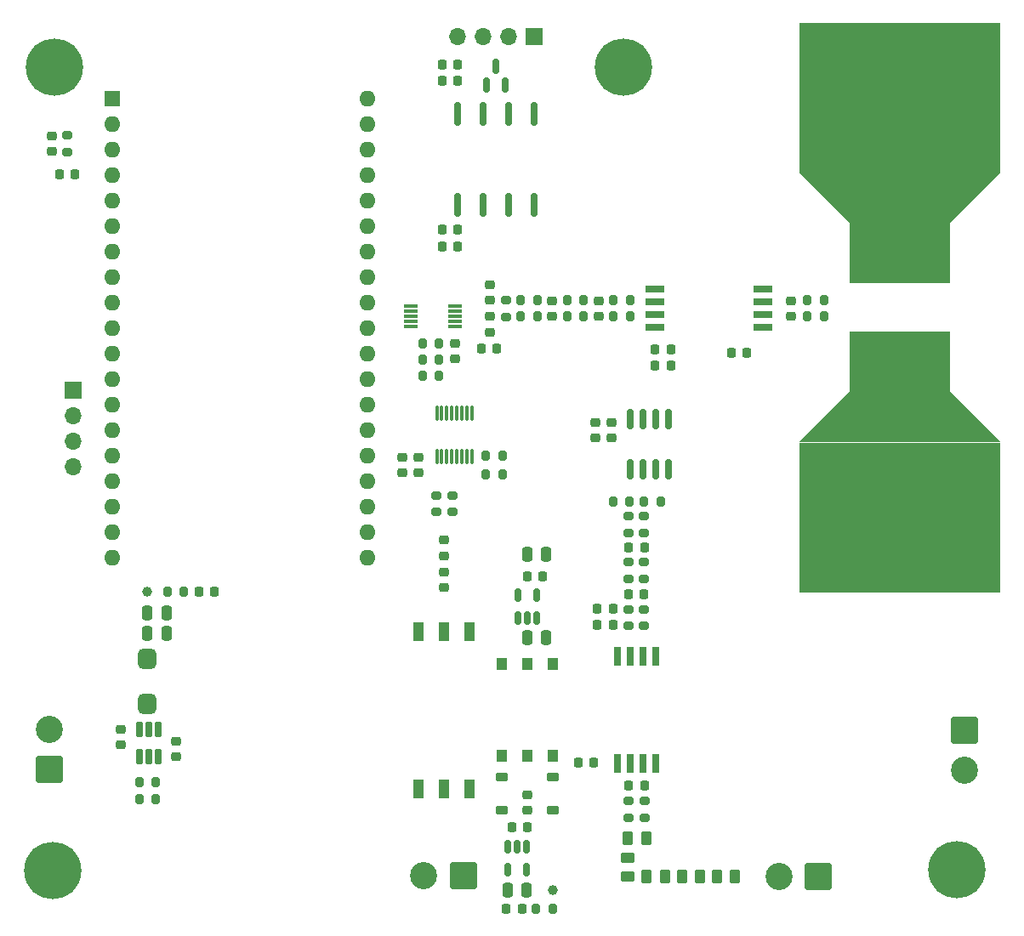
<source format=gbr>
%TF.GenerationSoftware,KiCad,Pcbnew,8.0.3*%
%TF.CreationDate,2024-06-10T17:44:00+09:00*%
%TF.ProjectId,ESP32_Master,45535033-325f-44d6-9173-7465722e6b69,rev?*%
%TF.SameCoordinates,Original*%
%TF.FileFunction,Soldermask,Top*%
%TF.FilePolarity,Negative*%
%FSLAX46Y46*%
G04 Gerber Fmt 4.6, Leading zero omitted, Abs format (unit mm)*
G04 Created by KiCad (PCBNEW 8.0.3) date 2024-06-10 17:44:00*
%MOMM*%
%LPD*%
G01*
G04 APERTURE LIST*
G04 Aperture macros list*
%AMRoundRect*
0 Rectangle with rounded corners*
0 $1 Rounding radius*
0 $2 $3 $4 $5 $6 $7 $8 $9 X,Y pos of 4 corners*
0 Add a 4 corners polygon primitive as box body*
4,1,4,$2,$3,$4,$5,$6,$7,$8,$9,$2,$3,0*
0 Add four circle primitives for the rounded corners*
1,1,$1+$1,$2,$3*
1,1,$1+$1,$4,$5*
1,1,$1+$1,$6,$7*
1,1,$1+$1,$8,$9*
0 Add four rect primitives between the rounded corners*
20,1,$1+$1,$2,$3,$4,$5,0*
20,1,$1+$1,$4,$5,$6,$7,0*
20,1,$1+$1,$6,$7,$8,$9,0*
20,1,$1+$1,$8,$9,$2,$3,0*%
%AMOutline4P*
0 Free polygon, 4 corners , with rotation*
0 The origin of the aperture is its center*
0 number of corners: always 4*
0 $1 to $8 corner X, Y*
0 $9 Rotation angle, in degrees counterclockwise*
0 create outline with 4 corners*
4,1,4,$1,$2,$3,$4,$5,$6,$7,$8,$1,$2,$9*%
G04 Aperture macros list end*
%ADD10RoundRect,0.200000X0.200000X0.275000X-0.200000X0.275000X-0.200000X-0.275000X0.200000X-0.275000X0*%
%ADD11RoundRect,0.200000X-0.200000X-0.275000X0.200000X-0.275000X0.200000X0.275000X-0.200000X0.275000X0*%
%ADD12RoundRect,0.218750X-0.218750X-0.256250X0.218750X-0.256250X0.218750X0.256250X-0.218750X0.256250X0*%
%ADD13RoundRect,0.250000X-0.262500X-0.450000X0.262500X-0.450000X0.262500X0.450000X-0.262500X0.450000X0*%
%ADD14RoundRect,0.250001X1.099999X1.099999X-1.099999X1.099999X-1.099999X-1.099999X1.099999X-1.099999X0*%
%ADD15C,2.700000*%
%ADD16RoundRect,0.162500X0.162500X-1.012500X0.162500X1.012500X-0.162500X1.012500X-0.162500X-1.012500X0*%
%ADD17RoundRect,0.250000X0.450000X-0.262500X0.450000X0.262500X-0.450000X0.262500X-0.450000X-0.262500X0*%
%ADD18R,20.000000X15.000000*%
%ADD19Outline4P,-10.000000X-2.500000X10.000000X-2.500000X5.000000X2.500000X-5.000000X2.500000X0.000000*%
%ADD20R,10.000000X6.000000*%
%ADD21Outline4P,-10.000000X-2.500000X10.000000X-2.500000X5.000000X2.500000X-5.000000X2.500000X180.000000*%
%ADD22RoundRect,0.225000X-0.250000X0.225000X-0.250000X-0.225000X0.250000X-0.225000X0.250000X0.225000X0*%
%ADD23RoundRect,0.225000X0.225000X0.250000X-0.225000X0.250000X-0.225000X-0.250000X0.225000X-0.250000X0*%
%ADD24RoundRect,0.250000X-0.250000X-0.475000X0.250000X-0.475000X0.250000X0.475000X-0.250000X0.475000X0*%
%ADD25RoundRect,0.200000X0.275000X-0.200000X0.275000X0.200000X-0.275000X0.200000X-0.275000X-0.200000X0*%
%ADD26C,5.700000*%
%ADD27RoundRect,0.150000X-0.150000X0.825000X-0.150000X-0.825000X0.150000X-0.825000X0.150000X0.825000X0*%
%ADD28RoundRect,0.225000X-0.225000X-0.250000X0.225000X-0.250000X0.225000X0.250000X-0.225000X0.250000X0*%
%ADD29RoundRect,0.200000X-0.275000X0.200000X-0.275000X-0.200000X0.275000X-0.200000X0.275000X0.200000X0*%
%ADD30RoundRect,0.225000X0.250000X-0.225000X0.250000X0.225000X-0.250000X0.225000X-0.250000X-0.225000X0*%
%ADD31RoundRect,0.250000X0.262500X0.450000X-0.262500X0.450000X-0.262500X-0.450000X0.262500X-0.450000X0*%
%ADD32RoundRect,0.075000X-0.075000X0.650000X-0.075000X-0.650000X0.075000X-0.650000X0.075000X0.650000X0*%
%ADD33RoundRect,0.225000X0.375000X-0.225000X0.375000X0.225000X-0.375000X0.225000X-0.375000X-0.225000X0*%
%ADD34R,1.700000X1.700000*%
%ADD35O,1.700000X1.700000*%
%ADD36R,0.640000X1.905000*%
%ADD37RoundRect,0.150000X0.150000X-0.512500X0.150000X0.512500X-0.150000X0.512500X-0.150000X-0.512500X0*%
%ADD38RoundRect,0.150000X-0.150000X0.512500X-0.150000X-0.512500X0.150000X-0.512500X0.150000X0.512500X0*%
%ADD39R,1.600000X1.600000*%
%ADD40O,1.600000X1.600000*%
%ADD41RoundRect,0.250001X1.099999X-1.099999X1.099999X1.099999X-1.099999X1.099999X-1.099999X-1.099999X0*%
%ADD42C,1.000000*%
%ADD43R,1.020000X1.950000*%
%ADD44R,1.100000X1.300000*%
%ADD45RoundRect,0.150000X0.150000X-0.587500X0.150000X0.587500X-0.150000X0.587500X-0.150000X-0.587500X0*%
%ADD46RoundRect,0.218750X0.218750X0.256250X-0.218750X0.256250X-0.218750X-0.256250X0.218750X-0.256250X0*%
%ADD47RoundRect,0.250000X0.250000X0.475000X-0.250000X0.475000X-0.250000X-0.475000X0.250000X-0.475000X0*%
%ADD48RoundRect,0.450000X0.450000X-0.550000X0.450000X0.550000X-0.450000X0.550000X-0.450000X-0.550000X0*%
%ADD49RoundRect,0.250001X-1.099999X1.099999X-1.099999X-1.099999X1.099999X-1.099999X1.099999X1.099999X0*%
%ADD50R,1.905000X0.640000*%
%ADD51RoundRect,0.162500X-0.162500X0.617500X-0.162500X-0.617500X0.162500X-0.617500X0.162500X0.617500X0*%
%ADD52R,1.400000X0.300000*%
G04 APERTURE END LIST*
D10*
%TO.C,R17*%
X131725000Y-88300000D03*
X130075000Y-88300000D03*
%TD*%
D11*
%TO.C,R47*%
X98075000Y-103800000D03*
X99725000Y-103800000D03*
%TD*%
D12*
%TO.C,D3*%
X100097500Y-148900000D03*
X101672500Y-148900000D03*
%TD*%
D13*
%TO.C,R15*%
X112237500Y-141900000D03*
X114062500Y-141900000D03*
%TD*%
D14*
%TO.C,J7*%
X131200000Y-145650000D03*
D15*
X127240000Y-145650000D03*
%TD*%
D16*
%TO.C,U10*%
X95300000Y-78750000D03*
X97840000Y-78750000D03*
X100380000Y-78750000D03*
X102920000Y-78750000D03*
X102920000Y-69700000D03*
X100380000Y-69700000D03*
X97840000Y-69700000D03*
X95300000Y-69700000D03*
%TD*%
D17*
%TO.C,R14*%
X112200000Y-145650000D03*
X112200000Y-143825000D03*
%TD*%
D18*
%TO.C,R13*%
X139275000Y-109900000D03*
D19*
X139275000Y-99900000D03*
D20*
X139275000Y-94400000D03*
X139275000Y-83600000D03*
D21*
X139275000Y-78100000D03*
D18*
X139275000Y-68100000D03*
%TD*%
D22*
%TO.C,C19*%
X98480000Y-86725000D03*
X98480000Y-88275000D03*
%TD*%
%TO.C,C16*%
X104695000Y-88325000D03*
X104695000Y-89875000D03*
%TD*%
D23*
%TO.C,C12*%
X110730000Y-119000000D03*
X109180000Y-119000000D03*
%TD*%
D24*
%TO.C,C13*%
X102200000Y-121900000D03*
X104100000Y-121900000D03*
%TD*%
D23*
%TO.C,C29*%
X95300000Y-81200000D03*
X93750000Y-81200000D03*
%TD*%
D25*
%TO.C,R27*%
X112305000Y-116025000D03*
X112305000Y-114375000D03*
%TD*%
D26*
%TO.C,J12*%
X55000000Y-145100000D03*
%TD*%
D23*
%TO.C,C15*%
X113830000Y-117600000D03*
X112280000Y-117600000D03*
%TD*%
D27*
%TO.C,U5*%
X116265000Y-100145000D03*
X114995000Y-100145000D03*
X113725000Y-100145000D03*
X112455000Y-100145000D03*
X112455000Y-105095000D03*
X113725000Y-105095000D03*
X114995000Y-105095000D03*
X116265000Y-105095000D03*
%TD*%
D25*
%TO.C,R45*%
X94750000Y-109365000D03*
X94750000Y-107715000D03*
%TD*%
D28*
%TO.C,C7*%
X112325000Y-136600000D03*
X113875000Y-136600000D03*
%TD*%
D25*
%TO.C,R26*%
X113855000Y-116025000D03*
X113855000Y-114375000D03*
%TD*%
D29*
%TO.C,R22*%
X113855000Y-119075000D03*
X113855000Y-120725000D03*
%TD*%
D28*
%TO.C,C31*%
X93750000Y-66400000D03*
X95300000Y-66400000D03*
%TD*%
%TO.C,C33*%
X55625000Y-75725000D03*
X57175000Y-75725000D03*
%TD*%
%TO.C,C25*%
X102200000Y-115800000D03*
X103750000Y-115800000D03*
%TD*%
D11*
%TO.C,R21*%
X110770000Y-89900000D03*
X112420000Y-89900000D03*
%TD*%
D30*
%TO.C,C4*%
X128500000Y-89875000D03*
X128500000Y-88325000D03*
%TD*%
D24*
%TO.C,C27*%
X102200000Y-113550000D03*
X104100000Y-113550000D03*
%TD*%
D31*
%TO.C,R12*%
X115912500Y-145650000D03*
X114087500Y-145650000D03*
%TD*%
D32*
%TO.C,U9*%
X96700000Y-99540000D03*
X96200000Y-99540000D03*
X95700000Y-99540000D03*
X95200000Y-99540000D03*
X94700000Y-99540000D03*
X94200000Y-99540000D03*
X93700000Y-99540000D03*
X93200000Y-99540000D03*
X93200000Y-103840000D03*
X93700000Y-103840000D03*
X94200000Y-103840000D03*
X94700000Y-103840000D03*
X95200000Y-103840000D03*
X95700000Y-103840000D03*
X96200000Y-103840000D03*
X96700000Y-103840000D03*
%TD*%
D33*
%TO.C,D5*%
X104730000Y-139050000D03*
X104730000Y-135750000D03*
%TD*%
D34*
%TO.C,J2*%
X102900000Y-62000000D03*
D35*
X100360000Y-62000000D03*
X97820000Y-62000000D03*
X95280000Y-62000000D03*
%TD*%
D11*
%TO.C,R30*%
X101570000Y-88300000D03*
X103220000Y-88300000D03*
%TD*%
D23*
%TO.C,C2*%
X102200000Y-140800000D03*
X100650000Y-140800000D03*
%TD*%
D10*
%TO.C,R35*%
X93425000Y-92600000D03*
X91775000Y-92600000D03*
%TD*%
D25*
%TO.C,R28*%
X113855000Y-111425000D03*
X113855000Y-109775000D03*
%TD*%
D10*
%TO.C,R48*%
X93425000Y-95800000D03*
X91775000Y-95800000D03*
%TD*%
D26*
%TO.C,J10*%
X145000000Y-145000000D03*
%TD*%
D36*
%TO.C,U3*%
X111195000Y-134447500D03*
X112465000Y-134447500D03*
X113735000Y-134447500D03*
X115005000Y-134447500D03*
X115005000Y-123752500D03*
X113735000Y-123752500D03*
X112465000Y-123752500D03*
X111195000Y-123752500D03*
%TD*%
D34*
%TO.C,J6*%
X57000000Y-97260000D03*
D35*
X57000000Y-99800000D03*
X57000000Y-102340000D03*
X57000000Y-104880000D03*
%TD*%
D24*
%TO.C,C24*%
X64400000Y-121490000D03*
X66300000Y-121490000D03*
%TD*%
D37*
%TO.C,U4*%
X101250000Y-119927500D03*
X102200000Y-119927500D03*
X103150000Y-119927500D03*
X103150000Y-117652500D03*
X101250000Y-117652500D03*
%TD*%
D10*
%TO.C,R25*%
X107820000Y-89900000D03*
X106170000Y-89900000D03*
%TD*%
D14*
%TO.C,J3*%
X95837500Y-145610000D03*
D15*
X91877500Y-145610000D03*
%TD*%
D38*
%TO.C,U1*%
X102165000Y-142737500D03*
X101215000Y-142737500D03*
X100265000Y-142737500D03*
X100265000Y-145012500D03*
X102165000Y-145012500D03*
%TD*%
D25*
%TO.C,R19*%
X112300000Y-139825000D03*
X112300000Y-138175000D03*
%TD*%
D23*
%TO.C,C18*%
X99175000Y-93050000D03*
X97625000Y-93050000D03*
%TD*%
D39*
%TO.C,U8*%
X60900000Y-68240000D03*
D40*
X60900000Y-70780000D03*
X60900000Y-73320000D03*
X60900000Y-75860000D03*
X60900000Y-78400000D03*
X60900000Y-80940000D03*
X60900000Y-83480000D03*
X60900000Y-86020000D03*
X60900000Y-88560000D03*
X60900000Y-91100000D03*
X60900000Y-93640000D03*
X60900000Y-96180000D03*
X60900000Y-98720000D03*
X60900000Y-101260000D03*
X60900000Y-103800000D03*
X60900000Y-106340000D03*
X60900000Y-108880000D03*
X60900000Y-111420000D03*
X60900000Y-113960000D03*
X86300000Y-113960000D03*
X86300000Y-111420000D03*
X86300000Y-108880000D03*
X86300000Y-106340000D03*
X86300000Y-103800000D03*
X86300000Y-101260000D03*
X86300000Y-98720000D03*
X86300000Y-96180000D03*
X86300000Y-93640000D03*
X86300000Y-91100000D03*
X86300000Y-88560000D03*
X86300000Y-86020000D03*
X86300000Y-83480000D03*
X86300000Y-80940000D03*
X86300000Y-78400000D03*
X86300000Y-75860000D03*
X86300000Y-73320000D03*
X86300000Y-70780000D03*
X86300000Y-68240000D03*
%TD*%
D41*
%TO.C,J1*%
X54630000Y-134980000D03*
D15*
X54630000Y-131020000D03*
%TD*%
D23*
%TO.C,C17*%
X113880000Y-112900000D03*
X112330000Y-112900000D03*
%TD*%
D30*
%TO.C,C32*%
X54850000Y-73450000D03*
X54850000Y-71900000D03*
%TD*%
D29*
%TO.C,R43*%
X56400000Y-71850000D03*
X56400000Y-73500000D03*
%TD*%
%TO.C,R18*%
X113900000Y-138175000D03*
X113900000Y-139825000D03*
%TD*%
D42*
%TO.C,TP1*%
X104725000Y-147000000D03*
%TD*%
D11*
%TO.C,R38*%
X63587500Y-136270000D03*
X65237500Y-136270000D03*
%TD*%
D26*
%TO.C,J11*%
X55100000Y-65042500D03*
%TD*%
D10*
%TO.C,R24*%
X107820000Y-88300000D03*
X106170000Y-88300000D03*
%TD*%
D43*
%TO.C,TR2*%
X96490000Y-121280000D03*
X93950000Y-121280000D03*
X91410000Y-121280000D03*
X96490000Y-136920000D03*
X93950000Y-136920000D03*
X91410000Y-136920000D03*
%TD*%
D44*
%TO.C,TR1*%
X104730000Y-124510000D03*
X102190000Y-124510000D03*
X99650000Y-124510000D03*
X99650000Y-133650000D03*
X102190000Y-133650000D03*
X104730000Y-133650000D03*
%TD*%
D29*
%TO.C,R23*%
X112305000Y-119075000D03*
X112305000Y-120725000D03*
%TD*%
D30*
%TO.C,C26*%
X102190000Y-139050000D03*
X102190000Y-137500000D03*
%TD*%
D23*
%TO.C,C6*%
X108850000Y-134300000D03*
X107300000Y-134300000D03*
%TD*%
D24*
%TO.C,C10*%
X64400000Y-119390000D03*
X66300000Y-119390000D03*
%TD*%
D22*
%TO.C,C14*%
X109295000Y-88325000D03*
X109295000Y-89875000D03*
%TD*%
D23*
%TO.C,C22*%
X95300000Y-82900000D03*
X93750000Y-82900000D03*
%TD*%
D30*
%TO.C,C34*%
X93950000Y-116915000D03*
X93950000Y-115365000D03*
%TD*%
D45*
%TO.C,D2*%
X98150000Y-66837500D03*
X100050000Y-66837500D03*
X99100000Y-64962500D03*
%TD*%
D23*
%TO.C,C5*%
X124075000Y-93500000D03*
X122525000Y-93500000D03*
%TD*%
D30*
%TO.C,C35*%
X93950000Y-113715000D03*
X93950000Y-112165000D03*
%TD*%
D10*
%TO.C,R36*%
X93425000Y-94200000D03*
X91775000Y-94200000D03*
%TD*%
D46*
%TO.C,D1*%
X71087500Y-117290000D03*
X69512500Y-117290000D03*
%TD*%
D31*
%TO.C,R11*%
X119412500Y-145650000D03*
X117587500Y-145650000D03*
%TD*%
D10*
%TO.C,R1*%
X68025000Y-117290000D03*
X66375000Y-117290000D03*
%TD*%
D47*
%TO.C,C1*%
X102165000Y-147025000D03*
X100265000Y-147025000D03*
%TD*%
D48*
%TO.C,L1*%
X64400000Y-128490000D03*
X64400000Y-123990000D03*
%TD*%
D11*
%TO.C,R34*%
X113830000Y-108300000D03*
X115480000Y-108300000D03*
%TD*%
D29*
%TO.C,R32*%
X100100000Y-88275000D03*
X100100000Y-89925000D03*
%TD*%
D33*
%TO.C,D4*%
X99650000Y-139050000D03*
X99650000Y-135750000D03*
%TD*%
D22*
%TO.C,C71*%
X109000000Y-100425000D03*
X109000000Y-101975000D03*
%TD*%
D10*
%TO.C,R33*%
X112380000Y-108300000D03*
X110730000Y-108300000D03*
%TD*%
D30*
%TO.C,C20*%
X98500000Y-91450000D03*
X98500000Y-89900000D03*
%TD*%
D49*
%TO.C,J8*%
X145750000Y-131142500D03*
D15*
X145750000Y-135102500D03*
%TD*%
D50*
%TO.C,U2*%
X125647500Y-91005000D03*
X125647500Y-89735000D03*
X125647500Y-88465000D03*
X125647500Y-87195000D03*
X114952500Y-87195000D03*
X114952500Y-88465000D03*
X114952500Y-89735000D03*
X114952500Y-91005000D03*
%TD*%
D25*
%TO.C,R29*%
X112305000Y-111425000D03*
X112305000Y-109775000D03*
%TD*%
D29*
%TO.C,R46*%
X93150000Y-107715000D03*
X93150000Y-109365000D03*
%TD*%
D22*
%TO.C,C28*%
X67222500Y-132195000D03*
X67222500Y-133745000D03*
%TD*%
D31*
%TO.C,R9*%
X122912500Y-145650000D03*
X121087500Y-145650000D03*
%TD*%
D51*
%TO.C,U7*%
X65502500Y-131020000D03*
X64552500Y-131020000D03*
X63602500Y-131020000D03*
X63602500Y-133720000D03*
X64552500Y-133720000D03*
X65502500Y-133720000D03*
%TD*%
D11*
%TO.C,R10*%
X103100000Y-148900000D03*
X104750000Y-148900000D03*
%TD*%
D10*
%TO.C,R16*%
X131725000Y-89900000D03*
X130075000Y-89900000D03*
%TD*%
D30*
%TO.C,C23*%
X110600000Y-101975000D03*
X110600000Y-100425000D03*
%TD*%
D10*
%TO.C,R44*%
X99725000Y-105600000D03*
X98075000Y-105600000D03*
%TD*%
D26*
%TO.C,J9*%
X111800000Y-65100000D03*
%TD*%
D28*
%TO.C,C8*%
X114950000Y-93200000D03*
X116500000Y-93200000D03*
%TD*%
D52*
%TO.C,U6*%
X90600000Y-88875000D03*
X90600000Y-89375000D03*
X90600000Y-89875000D03*
X90600000Y-90375000D03*
X90600000Y-90875000D03*
X95000000Y-90875000D03*
X95000000Y-90375000D03*
X95000000Y-89875000D03*
X95000000Y-89375000D03*
X95000000Y-88875000D03*
%TD*%
D11*
%TO.C,R20*%
X110770000Y-88300000D03*
X112420000Y-88300000D03*
%TD*%
D22*
%TO.C,C3*%
X61732500Y-131010000D03*
X61732500Y-132560000D03*
%TD*%
D28*
%TO.C,C11*%
X114950000Y-94800000D03*
X116500000Y-94800000D03*
%TD*%
D42*
%TO.C,TP2*%
X64400000Y-117290000D03*
%TD*%
D23*
%TO.C,C30*%
X95300000Y-64800000D03*
X93750000Y-64800000D03*
%TD*%
D11*
%TO.C,R31*%
X101570000Y-89900000D03*
X103220000Y-89900000D03*
%TD*%
D22*
%TO.C,C37*%
X91400000Y-103900000D03*
X91400000Y-105450000D03*
%TD*%
D30*
%TO.C,C21*%
X95000000Y-94125000D03*
X95000000Y-92575000D03*
%TD*%
D11*
%TO.C,R37*%
X63587500Y-137970000D03*
X65237500Y-137970000D03*
%TD*%
D30*
%TO.C,C36*%
X89800000Y-105450000D03*
X89800000Y-103900000D03*
%TD*%
D23*
%TO.C,C9*%
X110730000Y-120600000D03*
X109180000Y-120600000D03*
%TD*%
M02*

</source>
